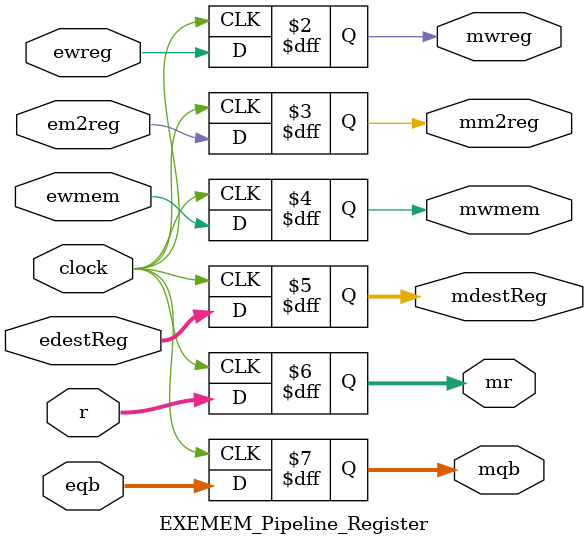
<source format=v>
`timescale 1ns / 1ps


module EXEMEM_Pipeline_Register(
input ewreg, em2reg, ewmem,
input [4:0] edestReg,
input [31:0] r,
input [31:0] eqb,
input clock,
output reg mwreg, mm2reg, mwmem,
output reg [4:0] mdestReg,
output reg [31:0] mr,
output reg [31:0] mqb);

always @ (posedge clock)
  begin
    mwreg <= ewreg;
    mm2reg <= em2reg;
    mwmem <= ewmem;
    mdestReg <= edestReg;
    mr <= r;
    mqb <= eqb;
  end
endmodule

</source>
